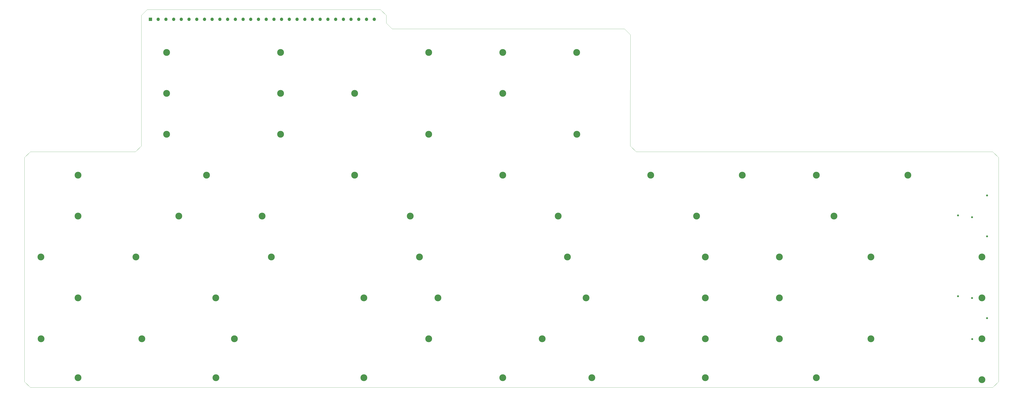
<source format=gbr>
%TF.GenerationSoftware,KiCad,Pcbnew,(5.1.9-0-10_14)*%
%TF.CreationDate,2021-02-25T21:43:52+01:00*%
%TF.ProjectId,mtfjis,6d746631-3232-42e6-9b69-6361645f7063,rev?*%
%TF.SameCoordinates,PXe1237f8PYe7db780*%
%TF.FileFunction,Soldermask,Top*%
%TF.FilePolarity,Negative*%
%FSLAX46Y46*%
G04 Gerber Fmt 4.6, Leading zero omitted, Abs format (unit mm)*
G04 Created by KiCad (PCBNEW (5.1.9-0-10_14)) date 2021-02-25 21:43:52*
%MOMM*%
%LPD*%
G01*
G04 APERTURE LIST*
%TA.AperFunction,Profile*%
%ADD10C,0.100000*%
%TD*%
%ADD11C,1.000000*%
%ADD12C,3.500000*%
%ADD13O,1.700000X1.700000*%
%ADD14R,1.700000X1.700000*%
G04 APERTURE END LIST*
D10*
X119255000Y126830000D02*
X122255000Y123830000D01*
X-3065000Y129830000D02*
X-65000Y126830000D01*
X-6065000Y136800000D02*
X-3065000Y133800000D01*
X122255000Y123830000D02*
X122240000Y66785000D01*
X-125760000Y136785000D02*
X-6065000Y136800000D01*
X-65000Y126830000D02*
X119255000Y126830000D01*
X-3065000Y133800000D02*
X-3065000Y129830000D01*
X-131760000Y63785000D02*
X-128760000Y66785000D01*
X125240000Y63785000D02*
X122240000Y66785000D01*
X-128760000Y133785000D02*
X-125760000Y136785000D01*
X-128760000Y133785000D02*
X-128760000Y66785000D01*
X311240000Y60785000D02*
X308240000Y63785000D01*
X-188760000Y60785000D02*
X-185760000Y63785000D01*
X308240000Y-57215000D02*
X311240000Y-54215000D01*
X-185760000Y-57215000D02*
X-188760000Y-54215000D01*
X125240000Y63785000D02*
X308240000Y63785000D01*
X-188760000Y60785000D02*
X-188760000Y-54215000D01*
X-185760000Y-57215000D02*
X308240000Y-57215000D01*
X-185760000Y63785000D02*
X-131760000Y63785000D01*
X311240000Y60785000D02*
X311240000Y-54215000D01*
D11*
%TO.C,ROW_8_TP8*%
X305325000Y41360000D03*
%TD*%
%TO.C,ROW_7_TP7*%
X290395000Y31110000D03*
%TD*%
%TO.C,ROW_6_TP6*%
X297595000Y30130000D03*
%TD*%
%TO.C,ROW_5_TP5*%
X305365000Y20360000D03*
%TD*%
%TO.C,ROW_4_TP4*%
X290445000Y-10370000D03*
%TD*%
%TO.C,ROW_3_TP3*%
X297625000Y-11340000D03*
%TD*%
%TO.C,ROW_2_TP2*%
X305365000Y-21650000D03*
%TD*%
%TO.C,ROW_1_TP1*%
X297675000Y-32440000D03*
%TD*%
D12*
%TO.C,H1*%
X-180275000Y9780000D03*
%TD*%
%TO.C,H2*%
X-180265000Y-32220000D03*
%TD*%
%TO.C,H3*%
X-161265000Y51780000D03*
%TD*%
%TO.C,H4*%
X-161265000Y30780000D03*
%TD*%
%TO.C,H5*%
X-161275000Y-11220000D03*
%TD*%
%TO.C,H6*%
X-161265000Y-52220000D03*
%TD*%
%TO.C,H7*%
X-131515000Y9790000D03*
%TD*%
%TO.C,H8*%
X-128515000Y-32190000D03*
%TD*%
%TO.C,H9*%
X-115785000Y114770000D03*
%TD*%
%TO.C,H10*%
X-115775000Y93770000D03*
%TD*%
%TO.C,H11*%
X-115775000Y72770000D03*
%TD*%
%TO.C,H12*%
X-109515000Y30790000D03*
%TD*%
%TO.C,H13*%
X-95285000Y51770000D03*
%TD*%
%TO.C,H14*%
X-90535000Y-11230000D03*
%TD*%
%TO.C,H15*%
X-90525000Y-52230000D03*
%TD*%
%TO.C,H16*%
X-81035000Y-32230000D03*
%TD*%
%TO.C,H17*%
X-66785000Y30770000D03*
%TD*%
%TO.C,H18*%
X-62025000Y9770000D03*
%TD*%
%TO.C,H19*%
X-57285000Y114770000D03*
%TD*%
%TO.C,H20*%
X-57285000Y93770000D03*
%TD*%
%TO.C,H21*%
X-57285000Y72770000D03*
%TD*%
%TO.C,H22*%
X-19275000Y93770000D03*
%TD*%
%TO.C,H23*%
X-19275000Y51770000D03*
%TD*%
%TO.C,H24*%
X-14525000Y-11230000D03*
%TD*%
%TO.C,H25*%
X-14535000Y-52230000D03*
%TD*%
%TO.C,H26*%
X9225000Y30770000D03*
%TD*%
%TO.C,H27*%
X13965000Y9770000D03*
%TD*%
%TO.C,H28*%
X18725000Y114770000D03*
%TD*%
%TO.C,H29*%
X18725000Y72770000D03*
%TD*%
%TO.C,H30*%
X18715000Y-32230000D03*
%TD*%
%TO.C,H31*%
X23475000Y-11230000D03*
%TD*%
%TO.C,H32*%
X56725000Y114770000D03*
%TD*%
%TO.C,H33*%
X56715000Y93770000D03*
%TD*%
%TO.C,H34*%
X56715000Y51770000D03*
%TD*%
%TO.C,H35*%
X56725000Y-52230000D03*
%TD*%
%TO.C,H36*%
X76975000Y-32230000D03*
%TD*%
%TO.C,H37*%
X85225000Y30770000D03*
%TD*%
%TO.C,H38*%
X89975000Y9770000D03*
%TD*%
%TO.C,H39*%
X94715000Y114770000D03*
%TD*%
%TO.C,H40*%
X94725000Y72770000D03*
%TD*%
%TO.C,H41*%
X99475000Y-11230000D03*
%TD*%
%TO.C,H42*%
X102465000Y-52230000D03*
%TD*%
%TO.C,H43*%
X127965000Y-32230000D03*
%TD*%
%TO.C,H44*%
X132725000Y51770000D03*
%TD*%
%TO.C,H45*%
X156215000Y30780000D03*
%TD*%
%TO.C,H46*%
X160725000Y9780000D03*
%TD*%
%TO.C,H47*%
X160725000Y-11220000D03*
%TD*%
%TO.C,H48*%
X160715000Y-32220000D03*
%TD*%
%TO.C,H49*%
X160715000Y-52220000D03*
%TD*%
%TO.C,H50*%
X179715000Y51780000D03*
%TD*%
%TO.C,H51*%
X198715000Y9780000D03*
%TD*%
%TO.C,H52*%
X198725000Y-11220000D03*
%TD*%
%TO.C,H53*%
X198715000Y-32220000D03*
%TD*%
%TO.C,H54*%
X217725000Y51780000D03*
%TD*%
%TO.C,H55*%
X217725000Y-52220000D03*
%TD*%
%TO.C,H56*%
X226735000Y30780000D03*
%TD*%
%TO.C,H57*%
X245725000Y9780000D03*
%TD*%
%TO.C,H58*%
X245735000Y-32220000D03*
%TD*%
%TO.C,H59*%
X264725000Y51780000D03*
%TD*%
%TO.C,H60*%
X302735000Y9780000D03*
%TD*%
%TO.C,H61*%
X302725000Y-11220000D03*
%TD*%
%TO.C,H62*%
X302725000Y-32220000D03*
%TD*%
%TO.C,H63*%
X302735000Y-53220000D03*
%TD*%
D13*
%TO.C,J1*%
X-112195000Y131785000D03*
D14*
X-124075000Y131785000D03*
D13*
X-120115000Y131785000D03*
X-116155000Y131785000D03*
X-108235000Y131785000D03*
X-104275000Y131785000D03*
X-100315000Y131785000D03*
X-96355000Y131785000D03*
X-92395000Y131785000D03*
X-88435000Y131785000D03*
X-84475000Y131785000D03*
X-80515000Y131785000D03*
X-76555000Y131785000D03*
X-72595000Y131785000D03*
X-68635000Y131785000D03*
X-64675000Y131785000D03*
X-60715000Y131785000D03*
X-56755000Y131785000D03*
X-52795000Y131785000D03*
X-48835000Y131785000D03*
X-44875000Y131785000D03*
X-40915000Y131785000D03*
X-36955000Y131785000D03*
X-32995000Y131785000D03*
X-29035000Y131785000D03*
X-25075000Y131785000D03*
X-21115000Y131785000D03*
X-17155000Y131785000D03*
X-13195000Y131785000D03*
X-9235000Y131785000D03*
%TD*%
M02*

</source>
